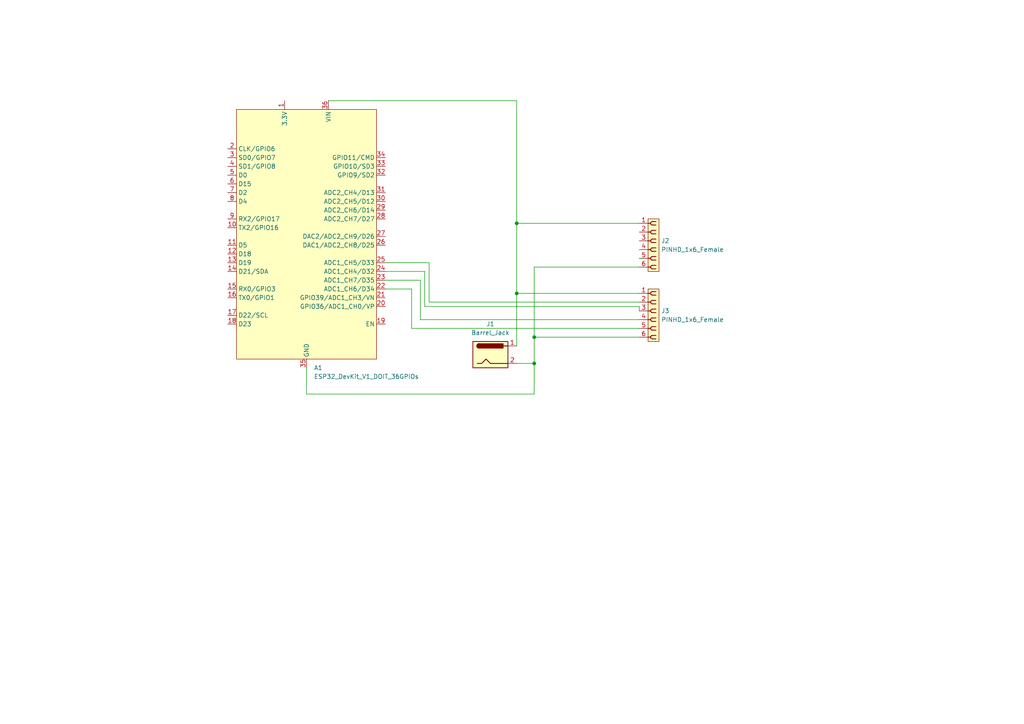
<source format=kicad_sch>
(kicad_sch (version 20250114) (generator "eeschema") (generator_version "9.0")
  (paper "A4")
  (lib_symbols
    (symbol "Connector:Barrel_Jack" (pin_names (offset 1.016))
      (property "Reference" "J" (at 0 5.334 0))
      (property "Value" "Barrel_Jack" (at 0 -5.08 0))
      (symbol "Barrel_Jack_0_1"
        (rectangle (start -5.08 3.81) (end 5.08 -3.81) (stroke (width 0.254)) (fill (type background)))
        (polyline (pts (xy -3.81 -2.54) (xy -2.54 -2.54) (xy -1.27 -1.27) (xy 0 -2.54) (xy 2.54 -2.54) (xy 5.08 -2.54)) (stroke (width 0.254)))
        (arc (start -3.302 1.905) (mid -3.9343 2.54) (end -3.302 3.175) (stroke (width 0.254)))
        (arc (start -3.302 1.905) (mid -3.9343 2.54) (end -3.302 3.175) (stroke (width 0.254)) (fill (type outline)))
        (rectangle (start 3.683 3.175) (end -3.302 1.905) (stroke (width 0.254)) (fill (type outline)))
        (polyline (pts (xy 5.08 2.54) (xy 3.81 2.54)) (stroke (width 0.254)))
      )
      (symbol "Barrel_Jack_1_1"
        (pin passive line (at 7.62 2.54 180) (length 2.54) (name "~") (number "1"))
        (pin passive line (at 7.62 -2.54 180) (length 2.54) (name "~") (number "2"))
      )
    )
    (symbol "PCM_SL_Development_Board:ESP32_DevKit_V1_DOIT_36GPIOs"
      (property "Reference" "A" (at -13.97 36.83 0))
      (property "Value" "ESP32_DevKit_V1_DOIT_36GPIOs" (at 0 -31.75 0))
      (symbol "ESP32_DevKit_V1_DOIT_36GPIOs_0_1"
        (rectangle (start -20.32 34.29) (end 20.32 -38.1) (fill (type background)))
      )
      (symbol "ESP32_DevKit_V1_DOIT_36GPIOs_1_1"
        (pin bidirectional line (at -22.86 22.86 0) (length 2.54) (name "CLK/GPIO6") (number "2"))
        (pin bidirectional line (at -22.86 20.32 0) (length 2.54) (name "SD0/GPIO7") (number "3"))
        (pin bidirectional line (at -22.86 17.78 0) (length 2.54) (name "SD1/GPIO8") (number "4"))
        (pin bidirectional line (at -22.86 15.24 0) (length 2.54) (name "D0") (number "5"))
        (pin bidirectional line (at -22.86 12.7 0) (length 2.54) (name "D15") (number "6"))
        (pin bidirectional line (at -22.86 10.16 0) (length 2.54) (name "D2") (number "7"))
        (pin bidirectional line (at -22.86 7.62 0) (length 2.54) (name "D4") (number "8"))
        (pin bidirectional line (at -22.86 2.54 0) (length 2.54) (name "RX2/GPIO17") (number "9"))
        (pin bidirectional line (at -22.86 0 0) (length 2.54) (name "TX2/GPIO16") (number "10"))
        (pin bidirectional line (at -22.86 -5.08 0) (length 2.54) (name "D5") (number "11"))
        (pin bidirectional line (at -22.86 -7.62 0) (length 2.54) (name "D18") (number "12"))
        (pin bidirectional line (at -22.86 -10.16 0) (length 2.54) (name "D19") (number "13"))
        (pin bidirectional line (at -22.86 -12.7 0) (length 2.54) (name "D21/SDA") (number "14"))
        (pin bidirectional line (at -22.86 -17.78 0) (length 2.54) (name "RX0/GPIO3") (number "15"))
        (pin bidirectional line (at -22.86 -20.32 0) (length 2.54) (name "TX0/GPIO1") (number "16"))
        (pin bidirectional line (at -22.86 -25.4 0) (length 2.54) (name "D22/SCL") (number "17"))
        (pin bidirectional line (at -22.86 -27.94 0) (length 2.54) (name "D23") (number "18"))
        (pin power_in line (at -6.35 36.83 270) (length 2.54) (name "3.3V") (number "1"))
        (pin power_out line (at 0 -40.64 90) (length 2.54) (name "GND") (number "35"))
        (pin power_in line (at 6.35 36.83 270) (length 2.54) (name "VIN") (number "36"))
        (pin bidirectional line (at 22.86 20.32 180) (length 2.54) (name "GPIO11/CMD") (number "34"))
        (pin bidirectional line (at 22.86 17.78 180) (length 2.54) (name "GPIO10/SD3") (number "33"))
        (pin bidirectional line (at 22.86 15.24 180) (length 2.54) (name "GPIO9/SD2") (number "32"))
        (pin bidirectional line (at 22.86 10.16 180) (length 2.54) (name "ADC2_CH4/D13") (number "31"))
        (pin bidirectional line (at 22.86 7.62 180) (length 2.54) (name "ADC2_CH5/D12") (number "30"))
        (pin bidirectional line (at 22.86 5.08 180) (length 2.54) (name "ADC2_CH6/D14") (number "29"))
        (pin bidirectional line (at 22.86 2.54 180) (length 2.54) (name "ADC2_CH7/D27") (number "28"))
        (pin bidirectional line (at 22.86 -2.54 180) (length 2.54) (name "DAC2/ADC2_CH9/D26") (number "27"))
        (pin bidirectional line (at 22.86 -5.08 180) (length 2.54) (name "DAC1/ADC2_CH8/D25") (number "26"))
        (pin bidirectional line (at 22.86 -10.16 180) (length 2.54) (name "ADC1_CH5/D33") (number "25"))
        (pin bidirectional line (at 22.86 -12.7 180) (length 2.54) (name "ADC1_CH4/D32") (number "24"))
        (pin bidirectional line (at 22.86 -15.24 180) (length 2.54) (name "ADC1_CH7/D35") (number "23"))
        (pin bidirectional line (at 22.86 -17.78 180) (length 2.54) (name "ADC1_CH6/D34") (number "22"))
        (pin bidirectional line (at 22.86 -20.32 180) (length 2.54) (name "GPIO39/ADC1_CH3/VN") (number "21"))
        (pin bidirectional line (at 22.86 -22.86 180) (length 2.54) (name "GPIO36/ADC1_CH0/VP") (number "20"))
        (pin bidirectional line (at 22.86 -27.94 180) (length 2.54) (name "EN") (number "19"))
      )
    )
    (symbol "PCM_SL_Pin_Headers:PINHD_1x6_Female"
      (property "Reference" "J" (at 0 12.7 0))
      (property "Value" "PINHD_1x6_Female" (at 0 10.16 0))
      (symbol "PINHD_1x6_Female_0_1"
        (rectangle (start -1.27 7.62) (end 1.905 -7.62) (fill (type background)))
        (polyline (pts (xy -1.27 6.35) (xy -0.508 6.35)) (stroke (width 0.25)))
        (polyline (pts (xy -1.27 3.81) (xy -0.508 3.81)) (stroke (width 0.25)))
        (polyline (pts (xy -1.27 1.27) (xy -0.508 1.27)) (stroke (width 0.25)))
        (polyline (pts (xy -1.27 -1.27) (xy -0.508 -1.27)) (stroke (width 0.25)))
        (polyline (pts (xy -1.27 -3.81) (xy -0.508 -3.81)) (stroke (width 0.25)))
        (polyline (pts (xy -1.27 -6.35) (xy -0.508 -6.35)) (stroke (width 0.25)))
        (polyline (pts (xy 0 6.858) (xy 1.016 6.858)) (stroke (width 0.25)))
        (arc (start -0.508 6.35) (mid -0.3592 6.7092) (end 0 6.858) (stroke (width 0.25)))
        (arc (start 0 5.842) (mid -0.3592 5.9908) (end -0.508 6.35) (stroke (width 0.25)))
        (polyline (pts (xy 0 5.842) (xy 1.016 5.842)) (stroke (width 0.25)))
        (polyline (pts (xy 0 4.318) (xy 1.016 4.318)) (stroke (width 0.25)))
        (arc (start -0.508 3.81) (mid -0.3592 4.1692) (end 0 4.318) (stroke (width 0.25)))
        (arc (start 0 3.302) (mid -0.3592 3.4508) (end -0.508 3.81) (stroke (width 0.25)))
        (polyline (pts (xy 0 3.302) (xy 1.016 3.302)) (stroke (width 0.25)))
        (polyline (pts (xy 0 1.778) (xy 1.016 1.778)) (stroke (width 0.25)))
        (arc (start -0.508 1.27) (mid -0.3592 1.6292) (end 0 1.778) (stroke (width 0.25)))
        (arc (start 0 0.762) (mid -0.3592 0.9108) (end -0.508 1.27) (stroke (width 0.25)))
        (polyline (pts (xy 0 0.762) (xy 1.016 0.762)) (stroke (width 0.25)))
        (polyline (pts (xy 0 -0.762) (xy 1.016 -0.762)) (stroke (width 0.25)))
        (arc (start -0.508 -1.27) (mid -0.3592 -0.9108) (end 0 -0.762) (stroke (width 0.25)))
        (arc (start 0 -1.778) (mid -0.3592 -1.6292) (end -0.508 -1.27) (stroke (width 0.25)))
        (polyline (pts (xy 0 -1.778) (xy 1.016 -1.778)) (stroke (width 0.25)))
        (polyline (pts (xy 0 -3.302) (xy 1.016 -3.302)) (stroke (width 0.25)))
        (arc (start -0.508 -3.81) (mid -0.3592 -3.4508) (end 0 -3.302) (stroke (width 0.25)))
        (arc (start 0 -4.318) (mid -0.3592 -4.1692) (end -0.508 -3.81) (stroke (width 0.25)))
        (polyline (pts (xy 0 -4.318) (xy 1.016 -4.318)) (stroke (width 0.25)))
        (polyline (pts (xy 0 -5.842) (xy 1.016 -5.842)) (stroke (width 0.25)))
        (arc (start -0.508 -6.35) (mid -0.3592 -5.9908) (end 0 -5.842) (stroke (width 0.25)))
        (arc (start 0 -6.858) (mid -0.3592 -6.7092) (end -0.508 -6.35) (stroke (width 0.25)))
        (polyline (pts (xy 0 -6.858) (xy 1.016 -6.858)) (stroke (width 0.25)))
      )
      (symbol "PINHD_1x6_Female_1_1"
        (pin passive line (at -3.81 6.35 0) (length 2.54) (name "") (number "1"))
        (pin passive line (at -3.81 3.81 0) (length 2.54) (name "") (number "2"))
        (pin passive line (at -3.81 1.27 0) (length 2.54) (name "") (number "3"))
        (pin passive line (at -3.81 -1.27 0) (length 2.54) (name "") (number "4"))
        (pin passive line (at -3.81 -3.81 0) (length 2.54) (name "") (number "5"))
        (pin passive line (at -3.81 -6.35 0) (length 2.54) (name "") (number "6"))
      )
    )
  )
  (junction (at 149.86 64.77))
  (junction (at 154.94 105.41))
  (junction (at 154.94 97.79))
  (junction (at 149.86 85.09))
  (wire (pts (xy 111.76 78.74) (xy 123.19 78.74)))
  (wire (pts (xy 154.94 97.79) (xy 185.42 97.79)))
  (wire (pts (xy 149.86 100.33) (xy 149.86 85.09)))
  (wire (pts (xy 154.94 97.79) (xy 154.94 105.41)))
  (wire (pts (xy 185.42 64.77) (xy 149.86 64.77)))
  (wire (pts (xy 149.86 85.09) (xy 185.42 85.09)))
  (wire (pts (xy 119.38 83.82) (xy 111.76 83.82)))
  (wire (pts (xy 186.69 74.93) (xy 185.42 74.93)))
  (wire (pts (xy 149.86 29.21) (xy 149.86 64.77)))
  (wire (pts (xy 121.92 92.71) (xy 185.42 92.71)))
  (wire (pts (xy 154.94 77.47) (xy 154.94 97.79)))
  (wire (pts (xy 149.86 105.41) (xy 154.94 105.41)))
  (wire (pts (xy 154.94 114.3) (xy 88.9 114.3)))
  (wire (pts (xy 185.42 88.9) (xy 185.42 90.17)))
  (wire (pts (xy 88.9 114.3) (xy 88.9 106.68)))
  (wire (pts (xy 121.92 81.28) (xy 121.92 92.71)))
  (wire (pts (xy 149.86 64.77) (xy 149.86 85.09)))
  (wire (pts (xy 149.86 29.21) (xy 95.25 29.21)))
  (wire (pts (xy 124.46 76.2) (xy 111.76 76.2)))
  (wire (pts (xy 185.42 87.63) (xy 124.46 87.63)))
  (wire (pts (xy 111.76 81.28) (xy 121.92 81.28)))
  (wire (pts (xy 185.42 95.25) (xy 119.38 95.25)))
  (wire (pts (xy 185.42 77.47) (xy 154.94 77.47)))
  (wire (pts (xy 123.19 88.9) (xy 185.42 88.9)))
  (wire (pts (xy 124.46 87.63) (xy 124.46 76.2)))
  (wire (pts (xy 154.94 105.41) (xy 154.94 114.3)))
  (wire (pts (xy 119.38 95.25) (xy 119.38 83.82)))
  (wire (pts (xy 123.19 78.74) (xy 123.19 88.9)))
  (symbol (lib_id "PCM_SL_Pin_Headers:PINHD_1x6_Female") (at 189.23 71.12 0) (unit 1)
    (property "Reference" "J2" (at 191.77 69.8499 0) (effects (justify left)))
    (property "Value" "PINHD_1x6_Female" (at 191.77 72.3899 0) (effects (justify left)))
    (property "Footprint" "Connector_PinSocket_2.54mm:PinSocket_1x06_P2.54mm_Vertical" (effects (hide yes)))
    (property "Description" "Pin Header female with pin space 2.54mm. Pin Count -6" (effects (hide yes)))
  )
  (symbol (lib_id "PCM_SL_Pin_Headers:PINHD_1x6_Female") (at 189.23 91.44 0) (unit 1)
    (property "Reference" "J3" (at 191.77 90.1699 0) (effects (justify left)))
    (property "Value" "PINHD_1x6_Female" (at 191.77 92.7099 0) (effects (justify left)))
    (property "Footprint" "Connector_PinSocket_2.54mm:PinSocket_1x06_P2.54mm_Vertical" (effects (hide yes)))
    (property "Description" "Pin Header female with pin space 2.54mm. Pin Count -6" (effects (hide yes)))
  )
  (symbol (lib_id "Connector:Barrel_Jack") (at 142.24 102.87 0) (unit 1)
    (property "Reference" "J1" (at 142.24 93.98 0))
    (property "Value" "Barrel_Jack" (at 142.24 96.52 0))
    (property "Footprint" "Connector_BarrelJack:BarrelJack_Horizontal" (effects (hide yes)))
    (property "Description" "DC Barrel Jack" (effects (hide yes)))
  )
  (symbol (lib_id "PCM_SL_Development_Board:ESP32_DevKit_V1_DOIT_36GPIOs") (at 88.9 66.04 0) (unit 1)
    (property "Reference" "A1" (at 91.0433 106.68 0) (effects (justify left)))
    (property "Value" "ESP32_DevKit_V1_DOIT_36GPIOs" (at 91.0433 109.22 0) (effects (justify left)))
    (property "Footprint" "PCM_SL_Development_Boards:DOIT_ESP32_DEVKIT_36Pins" (effects (hide yes)))
    (property "Description" "Microcontroller module with ESP32 MCU, WiFi and Bluetooth" (effects (hide yes)))
  )
)
</source>
